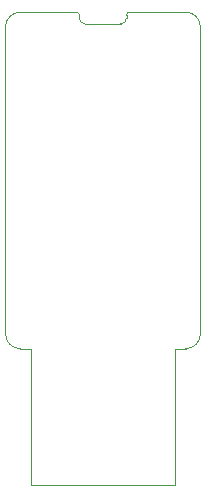
<source format=gbr>
G04 #@! TF.GenerationSoftware,KiCad,Pcbnew,(5.99.0-7706-gdc1c80beb8)*
G04 #@! TF.CreationDate,2020-12-31T15:10:13+03:00*
G04 #@! TF.ProjectId,StickHub,53746963-6b48-4756-922e-6b696361645f,rev?*
G04 #@! TF.SameCoordinates,Original*
G04 #@! TF.FileFunction,Profile,NP*
%FSLAX46Y46*%
G04 Gerber Fmt 4.6, Leading zero omitted, Abs format (unit mm)*
G04 Created by KiCad (PCBNEW (5.99.0-7706-gdc1c80beb8)) date 2020-12-31 15:10:13*
%MOMM*%
%LPD*%
G01*
G04 APERTURE LIST*
G04 #@! TA.AperFunction,Profile*
%ADD10C,0.100000*%
G04 #@! TD*
G04 APERTURE END LIST*
D10*
X152250000Y-80000000D02*
X157000000Y-80000000D01*
X148500000Y-81000000D02*
X151500000Y-81000000D01*
X157000000Y-108500000D02*
X156100000Y-108500000D01*
X141750000Y-107250000D02*
X141750000Y-81250000D01*
X156100000Y-120000000D02*
X156100000Y-108500000D01*
X148000000Y-80250000D02*
X148000000Y-80500000D01*
X152000000Y-80250000D02*
G75*
G02*
X152250000Y-80000000I250000J0D01*
G01*
X143900000Y-120000000D02*
X143900000Y-108500000D01*
X141750000Y-81250000D02*
G75*
G02*
X143000000Y-80000000I1250000J0D01*
G01*
X147750000Y-80000000D02*
G75*
G02*
X148000000Y-80250000I0J-250000D01*
G01*
X143000000Y-108500000D02*
G75*
G02*
X141750000Y-107250000I0J1250000D01*
G01*
X143900000Y-120000000D02*
X156100000Y-120000000D01*
X158250000Y-81250000D02*
X158250000Y-107250000D01*
X143000000Y-80000000D02*
X147750000Y-80000000D01*
X158250000Y-107250000D02*
G75*
G02*
X157000000Y-108500000I-1250000J0D01*
G01*
X157000000Y-80000000D02*
G75*
G02*
X158250000Y-81250000I0J-1250000D01*
G01*
X148500000Y-81000000D02*
G75*
G02*
X148000000Y-80500000I0J500000D01*
G01*
X143900000Y-108500000D02*
X143000000Y-108500000D01*
X152000000Y-80500000D02*
G75*
G02*
X151500000Y-81000000I-500000J0D01*
G01*
X152000000Y-80500000D02*
X152000000Y-80250000D01*
M02*

</source>
